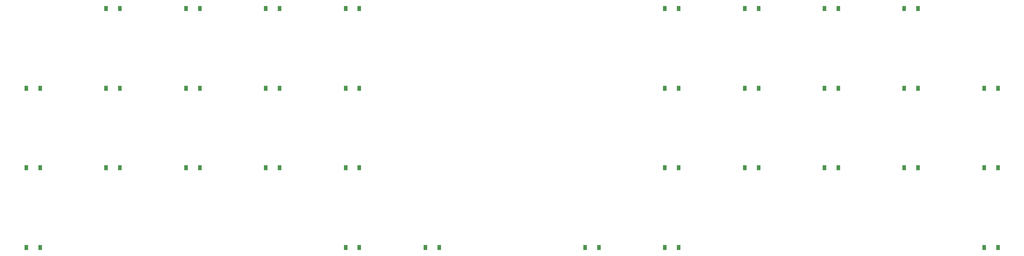
<source format=gbr>
%TF.GenerationSoftware,KiCad,Pcbnew,9.0.1*%
%TF.CreationDate,2025-05-09T00:25:46+02:00*%
%TF.ProjectId,cmrk,636d726b-2e6b-4696-9361-645f70636258,v1.0.0*%
%TF.SameCoordinates,Original*%
%TF.FileFunction,Paste,Top*%
%TF.FilePolarity,Positive*%
%FSLAX46Y46*%
G04 Gerber Fmt 4.6, Leading zero omitted, Abs format (unit mm)*
G04 Created by KiCad (PCBNEW 9.0.1) date 2025-05-09 00:25:46*
%MOMM*%
%LPD*%
G01*
G04 APERTURE LIST*
%ADD10R,0.900000X1.200000*%
G04 APERTURE END LIST*
D10*
%TO.C,D22*%
X307350000Y-67000000D03*
X310650000Y-67000000D03*
%TD*%
%TO.C,D10*%
X155350000Y-86000000D03*
X158650000Y-86000000D03*
%TD*%
%TO.C,D24*%
X288350000Y-86000000D03*
X291650000Y-86000000D03*
%TD*%
%TO.C,D9*%
X136350000Y-48000000D03*
X139650000Y-48000000D03*
%TD*%
%TO.C,D20*%
X326350000Y-67000000D03*
X329650000Y-67000000D03*
%TD*%
%TO.C,D33*%
X250350000Y-105000000D03*
X253650000Y-105000000D03*
%TD*%
%TO.C,D29*%
X269350000Y-48000000D03*
X272650000Y-48000000D03*
%TD*%
%TO.C,D18*%
X326350000Y-105000000D03*
X329650000Y-105000000D03*
%TD*%
%TO.C,D23*%
X307350000Y-48000000D03*
X310650000Y-48000000D03*
%TD*%
%TO.C,D5*%
X117350000Y-67000000D03*
X120650000Y-67000000D03*
%TD*%
%TO.C,D26*%
X288350000Y-48000000D03*
X291650000Y-48000000D03*
%TD*%
%TO.C,D31*%
X250350000Y-67000000D03*
X253650000Y-67000000D03*
%TD*%
%TO.C,D17*%
X193350000Y-105000000D03*
X196650000Y-105000000D03*
%TD*%
%TO.C,D14*%
X174350000Y-67000000D03*
X177650000Y-67000000D03*
%TD*%
%TO.C,D19*%
X326350000Y-86000000D03*
X329650000Y-86000000D03*
%TD*%
%TO.C,D28*%
X269350000Y-67000000D03*
X272650000Y-67000000D03*
%TD*%
%TO.C,D34*%
X231350000Y-105000000D03*
X234650000Y-105000000D03*
%TD*%
%TO.C,D27*%
X269350000Y-86000000D03*
X272650000Y-86000000D03*
%TD*%
%TO.C,D6*%
X117350000Y-48000000D03*
X120650000Y-48000000D03*
%TD*%
%TO.C,D8*%
X136350000Y-67000000D03*
X139650000Y-67000000D03*
%TD*%
%TO.C,D30*%
X250350000Y-86000000D03*
X253650000Y-86000000D03*
%TD*%
%TO.C,D11*%
X155350000Y-67000000D03*
X158650000Y-67000000D03*
%TD*%
%TO.C,D7*%
X136350000Y-86000000D03*
X139650000Y-86000000D03*
%TD*%
%TO.C,D25*%
X288350000Y-67000000D03*
X291650000Y-67000000D03*
%TD*%
%TO.C,D32*%
X250350000Y-48000000D03*
X253650000Y-48000000D03*
%TD*%
%TO.C,D1*%
X98350000Y-105000000D03*
X101650000Y-105000000D03*
%TD*%
%TO.C,D21*%
X307350000Y-86000000D03*
X310650000Y-86000000D03*
%TD*%
%TO.C,D13*%
X174350000Y-86000000D03*
X177650000Y-86000000D03*
%TD*%
%TO.C,D3*%
X98350000Y-67000000D03*
X101650000Y-67000000D03*
%TD*%
%TO.C,D16*%
X174350000Y-105000000D03*
X177650000Y-105000000D03*
%TD*%
%TO.C,D12*%
X155350000Y-48000000D03*
X158650000Y-48000000D03*
%TD*%
%TO.C,D15*%
X174350000Y-48000000D03*
X177650000Y-48000000D03*
%TD*%
%TO.C,D2*%
X98350000Y-86000000D03*
X101650000Y-86000000D03*
%TD*%
%TO.C,D4*%
X117350000Y-86000000D03*
X120650000Y-86000000D03*
%TD*%
M02*

</source>
